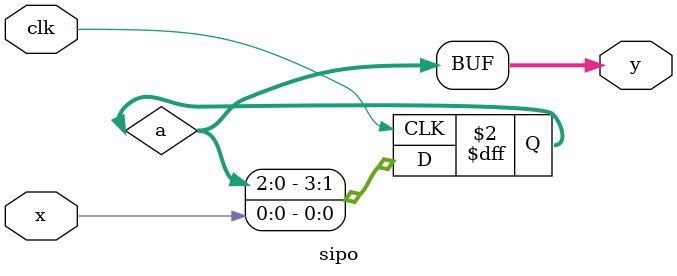
<source format=v>
`timescale 1ns / 1ps

module sipo(x,clk,y);
input x,clk;
reg [3:0]a;
output wire [3:0]y;
always@(posedge clk)begin
a[3]<=a[2];
a[2]<=a[1];
a[1]<=a[0];
a[0]<=x;
end 
assign y=a;

endmodule

</source>
